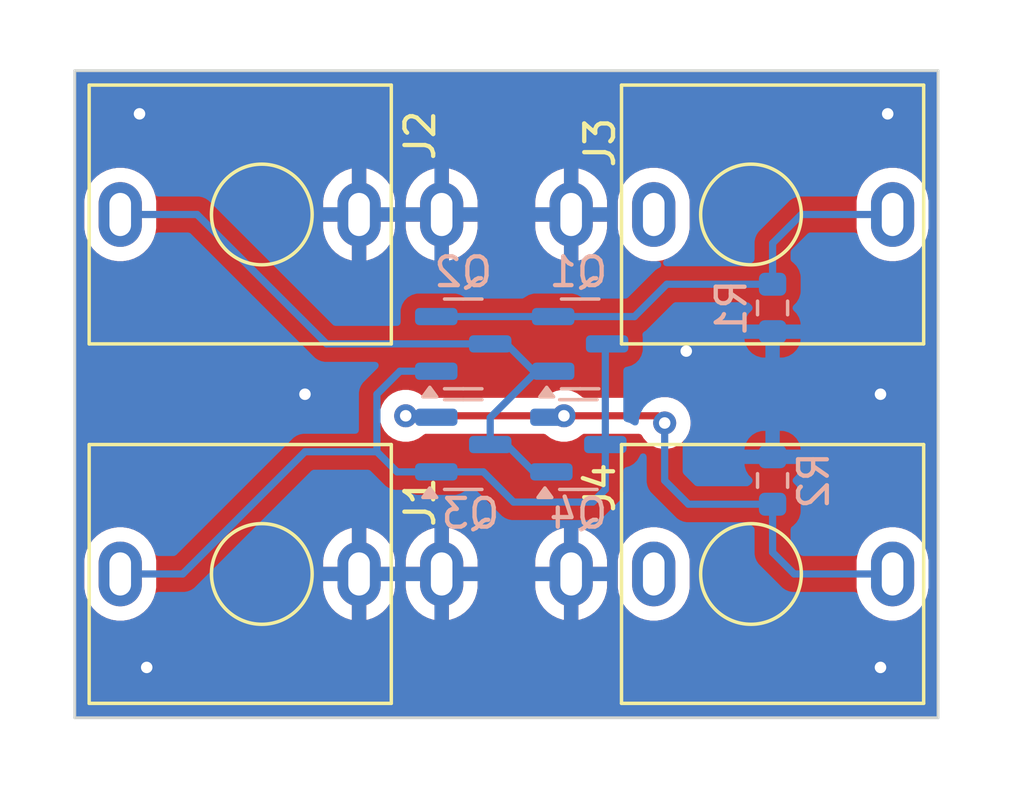
<source format=kicad_pcb>
(kicad_pcb (version 20240108) (generator "pcbnew") (generator_version "8.0")
  (layers (0 "F.Cu" signal) (31 "B.Cu" signal) (34 "B.Paste" user) (35 "F.Paste" user) (36 "B.SilkS" user "B.Silkscreen") (37 "F.SilkS" user "F.Silkscreen") (38 "B.Mask" user) (39 "F.Mask" user) (44 "Edge.Cuts" user))
  (net 0 "")
  (net 1 "GND")
  (net 2 "Net-(Q1-D)")
  (net 3 "Net-(Q1-G)")
  (net 4 "Net-(Q1-S)")
  (net 6 "Net-(Q3-S)")
  (footprint "Custom_FP:PJ398SM" (layer "F.Cu") (at 131.5 55 90)
    (property "Reference" "J2" (at 2.75 5.5 90) (layer "F.SilkS"))
    (property "Value" "AudioJack2_SwitchT")
    (fp_line (start 4.5 -6) (end -4.5 -6) (stroke (width 0.12)) (layer "F.SilkS"))
    (fp_line (start -4.5 -6) (end -4.5 4.5) (stroke (width 0.12)) (layer "F.SilkS"))
    (fp_line (start 4.5 4.5) (end 4.5 -6) (stroke (width 0.12)) (layer "F.SilkS"))
    (fp_line (start -4.5 4.5) (end 4.5 4.5) (stroke (width 0.12)) (layer "F.SilkS"))
    (fp_circle (center 0 0) (end 1.75 0) (stroke (width 0.12)) (fill none) (layer "F.SilkS"))
    (pad "S" thru_hole oval (at 0 6.25 90) (size 2.25 1.5) (drill oval 1.5 0.75) (layers "*.Cu" "*.Mask") (net 1 "GND"))
    (pad "T" thru_hole oval (at 0 -4.92 90) (size 2.25 1.5) (drill oval 1.5 0.75) (layers "*.Cu" "*.Mask") (net 3 "Net-(Q1-G)"))
    (pad "TN" thru_hole oval (at 0 3.38 90) (size 2.25 1.5) (drill oval 1.5 0.75) (layers "*.Cu" "*.Mask") (net 1 "GND"))
  )
  (footprint "Custom_FP:PJ398SM" (layer "F.Cu") (at 131.5 67.5 90)
    (property "Reference" "J1" (at 2.5 5.5 90) (layer "F.SilkS"))
    (property "Value" "AudioJack2_SwitchT")
    (fp_line (start 4.5 -6) (end -4.5 -6) (stroke (width 0.12)) (layer "F.SilkS"))
    (fp_line (start -4.5 -6) (end -4.5 4.5) (stroke (width 0.12)) (layer "F.SilkS"))
    (fp_line (start 4.5 4.5) (end 4.5 -6) (stroke (width 0.12)) (layer "F.SilkS"))
    (fp_line (start -4.5 4.5) (end 4.5 4.5) (stroke (width 0.12)) (layer "F.SilkS"))
    (fp_circle (center 0 0) (end 1.75 0) (stroke (width 0.12)) (fill none) (layer "F.SilkS"))
    (pad "S" thru_hole oval (at 0 6.25 90) (size 2.25 1.5) (drill oval 1.5 0.75) (layers "*.Cu" "*.Mask") (net 1 "GND"))
    (pad "T" thru_hole oval (at 0 -4.92 90) (size 2.25 1.5) (drill oval 1.5 0.75) (layers "*.Cu" "*.Mask") (net 2 "Net-(Q1-D)"))
    (pad "TN" thru_hole oval (at 0 3.38 90) (size 2.25 1.5) (drill oval 1.5 0.75) (layers "*.Cu" "*.Mask") (net 1 "GND"))
  )
  (footprint "Custom_FP:PJ398SM" (layer "F.Cu") (at 148.5 55 -90)
    (property "Reference" "J3" (at -2.5 5.25 90) (layer "F.SilkS"))
    (property "Value" "AudioJack2_SwitchT")
    (fp_line (start -4.5 4.5) (end 4.5 4.5) (stroke (width 0.12)) (layer "F.SilkS"))
    (fp_line (start 4.5 4.5) (end 4.5 -6) (stroke (width 0.12)) (layer "F.SilkS"))
    (fp_line (start -4.5 -6) (end -4.5 4.5) (stroke (width 0.12)) (layer "F.SilkS"))
    (fp_line (start 4.5 -6) (end -4.5 -6) (stroke (width 0.12)) (layer "F.SilkS"))
    (fp_circle (center 0 0) (end 1.75 0) (stroke (width 0.12)) (fill none) (layer "F.SilkS"))
    (pad "S" thru_hole oval (at 0 6.25 270) (size 2.25 1.5) (drill oval 1.5 0.75) (layers "*.Cu" "*.Mask") (net 1 "GND"))
    (pad "T" thru_hole oval (at 0 -4.92 270) (size 2.25 1.5) (drill oval 1.5 0.75) (layers "*.Cu" "*.Mask") (net 4 "Net-(Q1-S)"))
    (pad "TN" thru_hole oval (at 0 3.38 270) (size 2.25 1.5) (drill oval 1.5 0.75) (layers "*.Cu" "*.Mask"))
  )
  (footprint "Custom_FP:PJ398SM" (layer "F.Cu") (at 148.5 67.5 -90)
    (property "Reference" "J4" (at -3 5.25 90) (layer "F.SilkS"))
    (property "Value" "AudioJack2_SwitchT")
    (fp_line (start -4.5 4.5) (end 4.5 4.5) (stroke (width 0.12)) (layer "F.SilkS"))
    (fp_line (start 4.5 4.5) (end 4.5 -6) (stroke (width 0.12)) (layer "F.SilkS"))
    (fp_line (start -4.5 -6) (end -4.5 4.5) (stroke (width 0.12)) (layer "F.SilkS"))
    (fp_line (start 4.5 -6) (end -4.5 -6) (stroke (width 0.12)) (layer "F.SilkS"))
    (fp_circle (center 0 0) (end 1.75 0) (stroke (width 0.12)) (fill none) (layer "F.SilkS"))
    (pad "S" thru_hole oval (at 0 6.25 270) (size 2.25 1.5) (drill oval 1.5 0.75) (layers "*.Cu" "*.Mask") (net 1 "GND"))
    (pad "T" thru_hole oval (at 0 -4.92 270) (size 2.25 1.5) (drill oval 1.5 0.75) (layers "*.Cu" "*.Mask") (net 6 "Net-(Q3-S)"))
    (pad "TN" thru_hole oval (at 0 3.38 270) (size 2.25 1.5) (drill oval 1.5 0.75) (layers "*.Cu" "*.Mask"))
  )
  (footprint "Resistor_SMD:R_0603_1608Metric" (layer "B.Cu") (at 149.25 64.25 90)
    (property "Reference" "R2" (at 0 1.43 90) (layer "B.SilkS") (effects (justify mirror)))
    (property "Value" "1M")
    (fp_line (start 0.237258 -0.5225) (end -0.237258 -0.5225) (stroke (width 0.12)) (layer "B.SilkS"))
    (fp_line (start 0.237258 0.5225) (end -0.237258 0.5225) (stroke (width 0.12)) (layer "B.SilkS"))
    (pad "1" smd roundrect (at -0.825 0 90) (size 0.8 0.95) (layers "B.Cu" "B.Paste" "B.Mask") (net 6 "Net-(Q3-S)"))
    (pad "2" smd roundrect (at 0.825 0 90) (size 0.8 0.95) (layers "B.Cu" "B.Paste" "B.Mask") (net 1 "GND"))
  )
  (footprint "Package_TO_SOT_SMD:SOT-23" (layer "B.Cu") (at 138.5 63)
    (property "Reference" "Q3" (at 0.25 2.4 0) (layer "B.SilkS") (effects (justify mirror)))
    (property "Value" "2N7002")
    (fp_line (start -0.65 -1.56) (end 0 -1.56) (stroke (width 0.12)) (layer "B.SilkS"))
    (fp_line (start -0.65 1.56) (end 0 1.56) (stroke (width 0.12)) (layer "B.SilkS"))
    (fp_line (start 0.65 -1.56) (end 0 -1.56) (stroke (width 0.12)) (layer "B.SilkS"))
    (fp_line (start 0.65 1.56) (end 0 1.56) (stroke (width 0.12)) (layer "B.SilkS"))
    (fp_poly (pts (xy -1.1625 1.51) (xy -1.4025 1.84) (xy -0.9225 1.84) (xy -1.1625 1.51)) (stroke (width 0.12)) (fill solid) (layer "B.SilkS"))
    (pad "1" smd roundrect (at -0.9375 0.95) (size 1.475 0.6) (layers "B.Cu" "B.Paste" "B.Mask") (net 2 "Net-(Q1-D)"))
    (pad "2" smd roundrect (at -0.9375 -0.95) (size 1.475 0.6) (layers "B.Cu" "B.Paste" "B.Mask") (net 6 "Net-(Q3-S)"))
    (pad "3" smd roundrect (at 0.9375 0) (size 1.475 0.6) (layers "B.Cu" "B.Paste" "B.Mask") (net 3 "Net-(Q1-G)"))
  )
  (footprint "Package_TO_SOT_SMD:SOT-23" (layer "B.Cu") (at 142.5625 59.5)
    (property "Reference" "Q1" (at -0.0625 -2.5 0) (layer "B.SilkS") (effects (justify mirror)))
    (property "Value" "BSS84")
    (fp_line (start -0.65 -1.56) (end 0 -1.56) (stroke (width 0.12)) (layer "B.SilkS"))
    (fp_line (start -0.65 1.56) (end 0 1.56) (stroke (width 0.12)) (layer "B.SilkS"))
    (fp_line (start 0.65 -1.56) (end 0 -1.56) (stroke (width 0.12)) (layer "B.SilkS"))
    (fp_line (start 0.65 1.56) (end 0 1.56) (stroke (width 0.12)) (layer "B.SilkS"))
    (fp_poly (pts (xy -1.1625 1.51) (xy -1.4025 1.84) (xy -0.9225 1.84) (xy -1.1625 1.51)) (stroke (width 0.12)) (fill solid) (layer "B.SilkS"))
    (pad "1" smd roundrect (at -0.9375 0.95) (size 1.475 0.6) (layers "B.Cu" "B.Paste" "B.Mask") (net 3 "Net-(Q1-G)"))
    (pad "2" smd roundrect (at -0.9375 -0.95) (size 1.475 0.6) (layers "B.Cu" "B.Paste" "B.Mask") (net 4 "Net-(Q1-S)"))
    (pad "3" smd roundrect (at 0.9375 0) (size 1.475 0.6) (layers "B.Cu" "B.Paste" "B.Mask") (net 2 "Net-(Q1-D)"))
  )
  (footprint "Resistor_SMD:R_0603_1608Metric" (layer "B.Cu") (at 149.25 58.25 -90)
    (property "Reference" "R1" (at 0 1.43 90) (layer "B.SilkS") (effects (justify mirror)))
    (property "Value" "1M")
    (fp_line (start 0.237258 0.5225) (end -0.237258 0.5225) (stroke (width 0.12)) (layer "B.SilkS"))
    (fp_line (start 0.237258 -0.5225) (end -0.237258 -0.5225) (stroke (width 0.12)) (layer "B.SilkS"))
    (pad "1" smd roundrect (at -0.825 0 270) (size 0.8 0.95) (layers "B.Cu" "B.Paste" "B.Mask") (net 4 "Net-(Q1-S)"))
    (pad "2" smd roundrect (at 0.825 0 270) (size 0.8 0.95) (layers "B.Cu" "B.Paste" "B.Mask") (net 1 "GND"))
  )
  (footprint "Package_TO_SOT_SMD:SOT-23" (layer "B.Cu") (at 138.5 59.5)
    (property "Reference" "Q2" (at 0 -2.5 0) (layer "B.SilkS") (effects (justify mirror)))
    (property "Value" "BSS84")
    (fp_line (start -0.65 -1.56) (end 0 -1.56) (stroke (width 0.12)) (layer "B.SilkS"))
    (fp_line (start -0.65 1.56) (end 0 1.56) (stroke (width 0.12)) (layer "B.SilkS"))
    (fp_line (start 0.65 -1.56) (end 0 -1.56) (stroke (width 0.12)) (layer "B.SilkS"))
    (fp_line (start 0.65 1.56) (end 0 1.56) (stroke (width 0.12)) (layer "B.SilkS"))
    (fp_poly (pts (xy -1.1625 1.51) (xy -1.4025 1.84) (xy -0.9225 1.84) (xy -1.1625 1.51)) (stroke (width 0.12)) (fill solid) (layer "B.SilkS"))
    (pad "1" smd roundrect (at -0.9375 0.95) (size 1.475 0.6) (layers "B.Cu" "B.Paste" "B.Mask") (net 2 "Net-(Q1-D)"))
    (pad "2" smd roundrect (at -0.9375 -0.95) (size 1.475 0.6) (layers "B.Cu" "B.Paste" "B.Mask") (net 4 "Net-(Q1-S)"))
    (pad "3" smd roundrect (at 0.9375 0) (size 1.475 0.6) (layers "B.Cu" "B.Paste" "B.Mask") (net 3 "Net-(Q1-G)"))
  )
  (footprint "Package_TO_SOT_SMD:SOT-23" (layer "B.Cu") (at 142.5 63)
    (property "Reference" "Q4" (at 0 2.4 0) (layer "B.SilkS") (effects (justify mirror)))
    (property "Value" "2N7002")
    (fp_line (start -0.65 -1.56) (end 0 -1.56) (stroke (width 0.12)) (layer "B.SilkS"))
    (fp_line (start -0.65 1.56) (end 0 1.56) (stroke (width 0.12)) (layer "B.SilkS"))
    (fp_line (start 0.65 -1.56) (end 0 -1.56) (stroke (width 0.12)) (layer "B.SilkS"))
    (fp_line (start 0.65 1.56) (end 0 1.56) (stroke (width 0.12)) (layer "B.SilkS"))
    (fp_poly (pts (xy -1.1625 1.51) (xy -1.4025 1.84) (xy -0.9225 1.84) (xy -1.1625 1.51)) (stroke (width 0.12)) (fill solid) (layer "B.SilkS"))
    (pad "1" smd roundrect (at -0.9375 0.95) (size 1.475 0.6) (layers "B.Cu" "B.Paste" "B.Mask") (net 3 "Net-(Q1-G)"))
    (pad "2" smd roundrect (at -0.9375 -0.95) (size 1.475 0.6) (layers "B.Cu" "B.Paste" "B.Mask") (net 6 "Net-(Q3-S)"))
    (pad "3" smd roundrect (at 0.9375 0) (size 1.475 0.6) (layers "B.Cu" "B.Paste" "B.Mask") (net 2 "Net-(Q1-D)"))
  )
  (gr_line (start 155 72.5) (end 155 50) (stroke (width 0.1)) (layer "Edge.Cuts"))
  (gr_line (start 155 50) (end 125 50) (stroke (width 0.1)) (layer "Edge.Cuts"))
  (gr_line (start 125 72.5) (end 155 72.5) (stroke (width 0.1)) (layer "Edge.Cuts"))
  (gr_line (start 125 50) (end 125 72.5) (stroke (width 0.1)) (layer "Edge.Cuts"))
  (via (at 127.5 70.75) (size 0.8) (drill 0.4) (layers "F.Cu" "B.Cu") (net 1))
  (via (at 153.25 51.5) (size 0.8) (drill 0.4) (layers "F.Cu" "B.Cu") (net 1))
  (via (at 153 70.75) (size 0.8) (drill 0.4) (layers "F.Cu" "B.Cu") (net 1))
  (via (at 127.25 51.5) (size 0.8) (drill 0.4) (layers "F.Cu" "B.Cu") (net 1))
  (via (at 153 61.25) (size 0.8) (drill 0.4) (layers "F.Cu" "B.Cu") (net 1))
  (via (at 133 61.25) (size 0.8) (drill 0.4) (layers "F.Cu" "B.Cu") (net 1))
  (via (at 146.25 59.75) (size 0.8) (drill 0.4) (layers "F.Cu" "B.Cu") (net 1))
  (segment (start 137.5625 63.95) (end 136.2 63.95) (width 0.25) (layer "B.Cu") (net 2))
  (segment (start 126.58 67.5) (end 128.75 67.5) (width 0.25) (layer "B.Cu") (net 2))
  (segment (start 136.3 60.45) (end 137.5625 60.45) (width 0.25) (layer "B.Cu") (net 2))
  (segment (start 143 65) (end 143.4375 64.5625) (width 0.25) (layer "B.Cu") (net 2))
  (segment (start 143.4375 63) (end 143.4375 59.5625) (width 0.25) (layer "B.Cu") (net 2))
  (segment (start 143.4375 59.5625) (end 143.5 59.5) (width 0.25) (layer "B.Cu") (net 2))
  (segment (start 128.75 67.5) (end 133 63.25) (width 0.25) (layer "B.Cu") (net 2))
  (segment (start 136.2 63.95) (end 135.5 63.25) (width 0.25) (layer "B.Cu") (net 2))
  (segment (start 139.2 63.95) (end 140.25 65) (width 0.25) (layer "B.Cu") (net 2))
  (segment (start 135.5 63.25) (end 135.5 61.25) (width 0.25) (layer "B.Cu") (net 2))
  (segment (start 143.4375 64.5625) (end 143.4375 63) (width 0.25) (layer "B.Cu") (net 2))
  (segment (start 133 63.25) (end 135.5 63.25) (width 0.25) (layer "B.Cu") (net 2))
  (segment (start 140.25 65) (end 143 65) (width 0.25) (layer "B.Cu") (net 2))
  (segment (start 137.5625 63.95) (end 139.2 63.95) (width 0.25) (layer "B.Cu") (net 2))
  (segment (start 135.5 61.25) (end 136.3 60.45) (width 0.25) (layer "B.Cu") (net 2))
  (segment (start 140 59.5) (end 139.4375 59.5) (width 0.25) (layer "B.Cu") (net 3))
  (segment (start 139.4375 62.0625) (end 141.05 60.45) (width 0.25) (layer "B.Cu") (net 3))
  (segment (start 139.4375 63) (end 139.4375 62.0625) (width 0.25) (layer "B.Cu") (net 3))
  (segment (start 141.5625 63.95) (end 140.95 63.95) (width 0.25) (layer "B.Cu") (net 3))
  (segment (start 141.625 60.45) (end 140.95 60.45) (width 0.25) (layer "B.Cu") (net 3))
  (segment (start 140.95 60.45) (end 140 59.5) (width 0.25) (layer "B.Cu") (net 3))
  (segment (start 140.95 63.95) (end 140 63) (width 0.25) (layer "B.Cu") (net 3))
  (segment (start 133.75 59.5) (end 129.25 55) (width 0.25) (layer "B.Cu") (net 3))
  (segment (start 140 63) (end 139.4375 63) (width 0.25) (layer "B.Cu") (net 3))
  (segment (start 139.4375 59.5) (end 133.75 59.5) (width 0.25) (layer "B.Cu") (net 3))
  (segment (start 141.05 60.45) (end 141.625 60.45) (width 0.25) (layer "B.Cu") (net 3))
  (segment (start 129.25 55) (end 126.58 55) (width 0.25) (layer "B.Cu") (net 3))
  (segment (start 137.5625 58.55) (end 141.625 58.55) (width 0.25) (layer "B.Cu") (net 4))
  (segment (start 150.25 55) (end 153.42 55) (width 0.25) (layer "B.Cu") (net 4))
  (segment (start 141.625 58.55) (end 144.45 58.55) (width 0.25) (layer "B.Cu") (net 4))
  (segment (start 149.25 57.425) (end 149.25 56) (width 0.25) (layer "B.Cu") (net 4))
  (segment (start 144.45 58.55) (end 145.575 57.425) (width 0.25) (layer "B.Cu") (net 4))
  (segment (start 145.575 57.425) (end 149.25 57.425) (width 0.25) (layer "B.Cu") (net 4))
  (segment (start 149.25 56) (end 150.25 55) (width 0.25) (layer "B.Cu") (net 4))
  (segment (start 145.25 62) (end 145.5 62.25) (width 0.25) (layer "F.Cu") (net 6))
  (segment (start 142 62) (end 145.25 62) (width 0.25) (layer "F.Cu") (net 6))
  (segment (start 142 62) (end 136.5 62) (width 0.25) (layer "F.Cu") (net 6))
  (via (at 136.5 62) (size 0.8) (drill 0.4) (layers "F.Cu" "B.Cu") (net 6))
  (via (at 142 62) (size 0.8) (drill 0.4) (layers "F.Cu" "B.Cu") (net 6))
  (via (at 145.5 62.25) (size 0.8) (drill 0.4) (layers "F.Cu" "B.Cu") (net 6))
  (segment (start 145.5 62.25) (end 145.5 64.25) (width 0.25) (layer "B.Cu") (net 6))
  (segment (start 146.325 65.075) (end 149.25 65.075) (width 0.25) (layer "B.Cu") (net 6))
  (segment (start 141.5625 62.05) (end 141.95 62.05) (width 0.25) (layer "B.Cu") (net 6))
  (segment (start 149.25 65.075) (end 149.25 66.75) (width 0.25) (layer "B.Cu") (net 6))
  (segment (start 145.5 64.25) (end 146.325 65.075) (width 0.25) (layer "B.Cu") (net 6))
  (segment (start 141.95 62.05) (end 142 62) (width 0.25) (layer "B.Cu") (net 6))
  (segment (start 150 67.5) (end 153.42 67.5) (width 0.25) (layer "B.Cu") (net 6))
  (segment (start 149.25 66.75) (end 150 67.5) (width 0.25) (layer "B.Cu") (net 6))
  (segment (start 137.5125 62) (end 137.5625 62.05) (width 0.25) (layer "B.Cu") (net 6))
  (segment (start 136.5 62) (end 137.5125 62) (width 0.25) (layer "B.Cu") (net 6))
  (zone (net 1) (net_name "GND") (layers "F&B.Cu") (connect_pads (clearance 0.5)) (min_thickness 0.25) (fill yes (thermal_gap 0.5) (thermal_bridge_width 0.5))
    (polygon (pts (xy 156.5 48.25) (xy 123 47.75) (xy 122.75 75.75) (xy 157.75 75.75) (xy 158 70.75)))
  )
)
</source>
